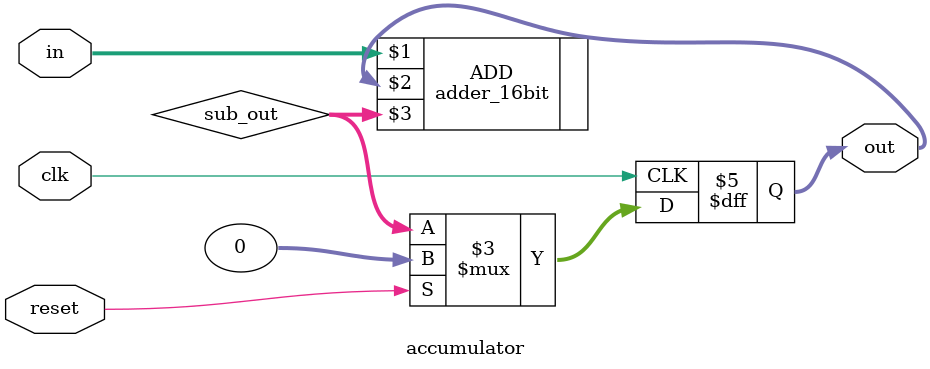
<source format=v>
`include "adder_16bit.v"

module accumulator(clk,reset,in,out);
   input clk,reset;
   input [31:0] in;
   output reg [31:0] out;
   wire [31:0] 	     sub_out;

   adder_16bit ADD(in,out,sub_out);
   
   
   

   always @(posedge clk)
     begin
	if (reset)
	  begin
	     out=0;
	  end
	else
	  begin
	     out=sub_out;
	  end
     end // always @ (posedge clk)
endmodule // accumulator

	     
   

</source>
